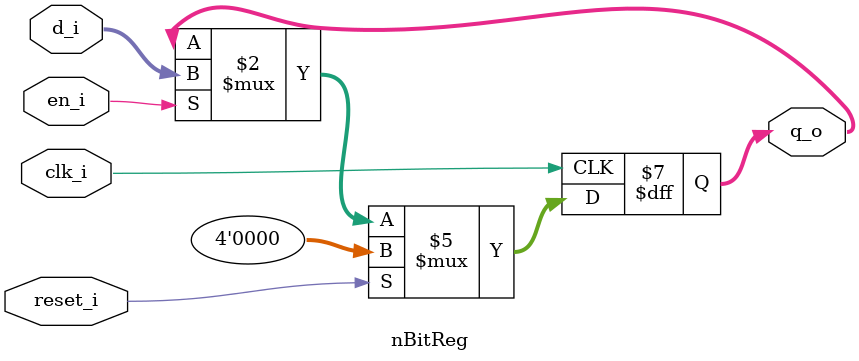
<source format=sv>
module nBitReg #(parameter N=4)
  (input logic clk_i, reset_i, en_i,
   input logic [N-1:0]d_i,
   output logic [N-1:0]q_o);
  
  always_ff @(posedge clk_i)
    begin
      if(reset_i) q_o <= 0;
      else if(en_i) q_o <= d_i;
    end
  
endmodule
</source>
